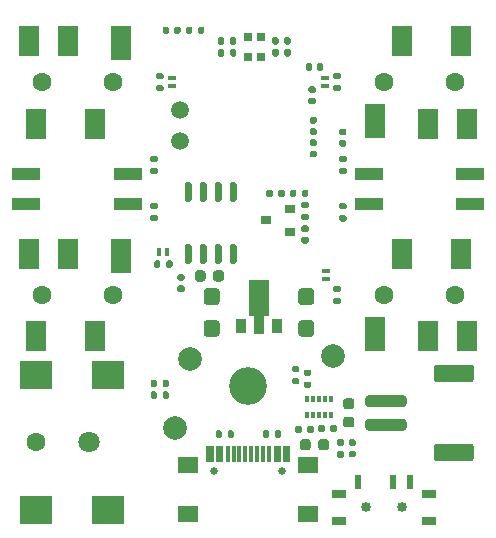
<source format=gbr>
%TF.GenerationSoftware,KiCad,Pcbnew,(5.1.8)-1*%
%TF.CreationDate,2021-07-06T20:41:50+01:00*%
%TF.ProjectId,ESP32-S2-PowerMeter,45535033-322d-4533-922d-506f7765724d,rev?*%
%TF.SameCoordinates,Original*%
%TF.FileFunction,Soldermask,Top*%
%TF.FilePolarity,Negative*%
%FSLAX46Y46*%
G04 Gerber Fmt 4.6, Leading zero omitted, Abs format (unit mm)*
G04 Created by KiCad (PCBNEW (5.1.8)-1) date 2021-07-06 20:41:50*
%MOMM*%
%LPD*%
G01*
G04 APERTURE LIST*
%ADD10R,0.700000X0.800000*%
%ADD11R,0.300000X1.450000*%
%ADD12C,0.650000*%
%ADD13R,1.800000X1.450000*%
%ADD14R,1.800000X2.950000*%
%ADD15R,1.800000X2.550000*%
%ADD16C,1.600000*%
%ADD17C,1.800000*%
%ADD18R,2.800000X2.400000*%
%ADD19R,0.600000X1.250000*%
%ADD20R,1.200000X0.700000*%
%ADD21C,0.850000*%
%ADD22R,2.440000X1.120000*%
%ADD23C,2.000000*%
%ADD24R,0.300000X0.600000*%
%ADD25C,0.100000*%
%ADD26R,0.900000X1.300000*%
%ADD27R,0.900000X0.800000*%
%ADD28C,3.200000*%
%ADD29C,1.500000*%
%ADD30R,0.700000X0.400000*%
%ADD31R,0.400000X0.700000*%
G04 APERTURE END LIST*
%TO.C,C1*%
G36*
G01*
X129425000Y-160950000D02*
X129425000Y-160450000D01*
G75*
G02*
X129650000Y-160225000I225000J0D01*
G01*
X130100000Y-160225000D01*
G75*
G02*
X130325000Y-160450000I0J-225000D01*
G01*
X130325000Y-160950000D01*
G75*
G02*
X130100000Y-161175000I-225000J0D01*
G01*
X129650000Y-161175000D01*
G75*
G02*
X129425000Y-160950000I0J225000D01*
G01*
G37*
G36*
G01*
X127875000Y-160950000D02*
X127875000Y-160450000D01*
G75*
G02*
X128100000Y-160225000I225000J0D01*
G01*
X128550000Y-160225000D01*
G75*
G02*
X128775000Y-160450000I0J-225000D01*
G01*
X128775000Y-160950000D01*
G75*
G02*
X128550000Y-161175000I-225000J0D01*
G01*
X128100000Y-161175000D01*
G75*
G02*
X127875000Y-160950000I0J225000D01*
G01*
G37*
%TD*%
%TO.C,C2*%
G36*
G01*
X132250000Y-157675000D02*
X131750000Y-157675000D01*
G75*
G02*
X131525000Y-157450000I0J225000D01*
G01*
X131525000Y-157000000D01*
G75*
G02*
X131750000Y-156775000I225000J0D01*
G01*
X132250000Y-156775000D01*
G75*
G02*
X132475000Y-157000000I0J-225000D01*
G01*
X132475000Y-157450000D01*
G75*
G02*
X132250000Y-157675000I-225000J0D01*
G01*
G37*
G36*
G01*
X132250000Y-159225000D02*
X131750000Y-159225000D01*
G75*
G02*
X131525000Y-159000000I0J225000D01*
G01*
X131525000Y-158550000D01*
G75*
G02*
X131750000Y-158325000I225000J0D01*
G01*
X132250000Y-158325000D01*
G75*
G02*
X132475000Y-158550000I0J-225000D01*
G01*
X132475000Y-159000000D01*
G75*
G02*
X132250000Y-159225000I-225000J0D01*
G01*
G37*
%TD*%
%TO.C,C3*%
G36*
G01*
X132130000Y-161200000D02*
X132470000Y-161200000D01*
G75*
G02*
X132610000Y-161340000I0J-140000D01*
G01*
X132610000Y-161620000D01*
G75*
G02*
X132470000Y-161760000I-140000J0D01*
G01*
X132130000Y-161760000D01*
G75*
G02*
X131990000Y-161620000I0J140000D01*
G01*
X131990000Y-161340000D01*
G75*
G02*
X132130000Y-161200000I140000J0D01*
G01*
G37*
G36*
G01*
X132130000Y-160240000D02*
X132470000Y-160240000D01*
G75*
G02*
X132610000Y-160380000I0J-140000D01*
G01*
X132610000Y-160660000D01*
G75*
G02*
X132470000Y-160800000I-140000J0D01*
G01*
X132130000Y-160800000D01*
G75*
G02*
X131990000Y-160660000I0J140000D01*
G01*
X131990000Y-160380000D01*
G75*
G02*
X132130000Y-160240000I140000J0D01*
G01*
G37*
%TD*%
%TO.C,C4*%
G36*
G01*
X116800000Y-125430000D02*
X116800000Y-125770000D01*
G75*
G02*
X116660000Y-125910000I-140000J0D01*
G01*
X116380000Y-125910000D01*
G75*
G02*
X116240000Y-125770000I0J140000D01*
G01*
X116240000Y-125430000D01*
G75*
G02*
X116380000Y-125290000I140000J0D01*
G01*
X116660000Y-125290000D01*
G75*
G02*
X116800000Y-125430000I0J-140000D01*
G01*
G37*
G36*
G01*
X117760000Y-125430000D02*
X117760000Y-125770000D01*
G75*
G02*
X117620000Y-125910000I-140000J0D01*
G01*
X117340000Y-125910000D01*
G75*
G02*
X117200000Y-125770000I0J140000D01*
G01*
X117200000Y-125430000D01*
G75*
G02*
X117340000Y-125290000I140000J0D01*
G01*
X117620000Y-125290000D01*
G75*
G02*
X117760000Y-125430000I0J-140000D01*
G01*
G37*
%TD*%
%TO.C,C5*%
G36*
G01*
X119974999Y-150150000D02*
X120825001Y-150150000D01*
G75*
G02*
X121075000Y-150399999I0J-249999D01*
G01*
X121075000Y-151300001D01*
G75*
G02*
X120825001Y-151550000I-249999J0D01*
G01*
X119974999Y-151550000D01*
G75*
G02*
X119725000Y-151300001I0J249999D01*
G01*
X119725000Y-150399999D01*
G75*
G02*
X119974999Y-150150000I249999J0D01*
G01*
G37*
G36*
G01*
X119974999Y-147450000D02*
X120825001Y-147450000D01*
G75*
G02*
X121075000Y-147699999I0J-249999D01*
G01*
X121075000Y-148600001D01*
G75*
G02*
X120825001Y-148850000I-249999J0D01*
G01*
X119974999Y-148850000D01*
G75*
G02*
X119725000Y-148600001I0J249999D01*
G01*
X119725000Y-147699999D01*
G75*
G02*
X119974999Y-147450000I249999J0D01*
G01*
G37*
%TD*%
%TO.C,C6*%
G36*
G01*
X127974999Y-150150000D02*
X128825001Y-150150000D01*
G75*
G02*
X129075000Y-150399999I0J-249999D01*
G01*
X129075000Y-151300001D01*
G75*
G02*
X128825001Y-151550000I-249999J0D01*
G01*
X127974999Y-151550000D01*
G75*
G02*
X127725000Y-151300001I0J249999D01*
G01*
X127725000Y-150399999D01*
G75*
G02*
X127974999Y-150150000I249999J0D01*
G01*
G37*
G36*
G01*
X127974999Y-147450000D02*
X128825001Y-147450000D01*
G75*
G02*
X129075000Y-147699999I0J-249999D01*
G01*
X129075000Y-148600001D01*
G75*
G02*
X128825001Y-148850000I-249999J0D01*
G01*
X127974999Y-148850000D01*
G75*
G02*
X127725000Y-148600001I0J249999D01*
G01*
X127725000Y-147699999D01*
G75*
G02*
X127974999Y-147450000I249999J0D01*
G01*
G37*
%TD*%
%TO.C,C7*%
G36*
G01*
X129070000Y-130900000D02*
X128730000Y-130900000D01*
G75*
G02*
X128590000Y-130760000I0J140000D01*
G01*
X128590000Y-130480000D01*
G75*
G02*
X128730000Y-130340000I140000J0D01*
G01*
X129070000Y-130340000D01*
G75*
G02*
X129210000Y-130480000I0J-140000D01*
G01*
X129210000Y-130760000D01*
G75*
G02*
X129070000Y-130900000I-140000J0D01*
G01*
G37*
G36*
G01*
X129070000Y-131860000D02*
X128730000Y-131860000D01*
G75*
G02*
X128590000Y-131720000I0J140000D01*
G01*
X128590000Y-131440000D01*
G75*
G02*
X128730000Y-131300000I140000J0D01*
G01*
X129070000Y-131300000D01*
G75*
G02*
X129210000Y-131440000I0J-140000D01*
G01*
X129210000Y-131720000D01*
G75*
G02*
X129070000Y-131860000I-140000J0D01*
G01*
G37*
%TD*%
%TO.C,C8*%
G36*
G01*
X128900000Y-128530000D02*
X128900000Y-128870000D01*
G75*
G02*
X128760000Y-129010000I-140000J0D01*
G01*
X128480000Y-129010000D01*
G75*
G02*
X128340000Y-128870000I0J140000D01*
G01*
X128340000Y-128530000D01*
G75*
G02*
X128480000Y-128390000I140000J0D01*
G01*
X128760000Y-128390000D01*
G75*
G02*
X128900000Y-128530000I0J-140000D01*
G01*
G37*
G36*
G01*
X129860000Y-128530000D02*
X129860000Y-128870000D01*
G75*
G02*
X129720000Y-129010000I-140000J0D01*
G01*
X129440000Y-129010000D01*
G75*
G02*
X129300000Y-128870000I0J140000D01*
G01*
X129300000Y-128530000D01*
G75*
G02*
X129440000Y-128390000I140000J0D01*
G01*
X129720000Y-128390000D01*
G75*
G02*
X129860000Y-128530000I0J-140000D01*
G01*
G37*
%TD*%
%TO.C,C9*%
G36*
G01*
X129170000Y-135400000D02*
X128830000Y-135400000D01*
G75*
G02*
X128690000Y-135260000I0J140000D01*
G01*
X128690000Y-134980000D01*
G75*
G02*
X128830000Y-134840000I140000J0D01*
G01*
X129170000Y-134840000D01*
G75*
G02*
X129310000Y-134980000I0J-140000D01*
G01*
X129310000Y-135260000D01*
G75*
G02*
X129170000Y-135400000I-140000J0D01*
G01*
G37*
G36*
G01*
X129170000Y-136360000D02*
X128830000Y-136360000D01*
G75*
G02*
X128690000Y-136220000I0J140000D01*
G01*
X128690000Y-135940000D01*
G75*
G02*
X128830000Y-135800000I140000J0D01*
G01*
X129170000Y-135800000D01*
G75*
G02*
X129310000Y-135940000I0J-140000D01*
G01*
X129310000Y-136220000D01*
G75*
G02*
X129170000Y-136360000I-140000J0D01*
G01*
G37*
%TD*%
%TO.C,C10*%
G36*
G01*
X128830000Y-133900000D02*
X129170000Y-133900000D01*
G75*
G02*
X129310000Y-134040000I0J-140000D01*
G01*
X129310000Y-134320000D01*
G75*
G02*
X129170000Y-134460000I-140000J0D01*
G01*
X128830000Y-134460000D01*
G75*
G02*
X128690000Y-134320000I0J140000D01*
G01*
X128690000Y-134040000D01*
G75*
G02*
X128830000Y-133900000I140000J0D01*
G01*
G37*
G36*
G01*
X128830000Y-132940000D02*
X129170000Y-132940000D01*
G75*
G02*
X129310000Y-133080000I0J-140000D01*
G01*
X129310000Y-133360000D01*
G75*
G02*
X129170000Y-133500000I-140000J0D01*
G01*
X128830000Y-133500000D01*
G75*
G02*
X128690000Y-133360000I0J140000D01*
G01*
X128690000Y-133080000D01*
G75*
G02*
X128830000Y-132940000I140000J0D01*
G01*
G37*
%TD*%
D10*
%TO.C,D1*%
X123450000Y-126150000D03*
X123450000Y-127850000D03*
X124550000Y-127850000D03*
X124550000Y-126150000D03*
%TD*%
%TO.C,FB1*%
G36*
G01*
X128472500Y-142710000D02*
X128127500Y-142710000D01*
G75*
G02*
X127980000Y-142562500I0J147500D01*
G01*
X127980000Y-142267500D01*
G75*
G02*
X128127500Y-142120000I147500J0D01*
G01*
X128472500Y-142120000D01*
G75*
G02*
X128620000Y-142267500I0J-147500D01*
G01*
X128620000Y-142562500D01*
G75*
G02*
X128472500Y-142710000I-147500J0D01*
G01*
G37*
G36*
G01*
X128472500Y-143680000D02*
X128127500Y-143680000D01*
G75*
G02*
X127980000Y-143532500I0J147500D01*
G01*
X127980000Y-143237500D01*
G75*
G02*
X128127500Y-143090000I147500J0D01*
G01*
X128472500Y-143090000D01*
G75*
G02*
X128620000Y-143237500I0J-147500D01*
G01*
X128620000Y-143532500D01*
G75*
G02*
X128472500Y-143680000I-147500J0D01*
G01*
G37*
%TD*%
D11*
%TO.C,J1*%
X126875000Y-161495000D03*
X126100000Y-161495000D03*
X121200000Y-161495000D03*
X120425000Y-161495000D03*
X120125000Y-161495000D03*
X120900000Y-161495000D03*
X126575000Y-161495000D03*
X125800000Y-161495000D03*
D12*
X120610000Y-162940000D03*
X126390000Y-162940000D03*
D11*
X121750000Y-161495000D03*
X122250000Y-161495000D03*
X122750000Y-161495000D03*
X125250000Y-161495000D03*
X124750000Y-161495000D03*
X124250000Y-161495000D03*
X123750000Y-161495000D03*
X123250000Y-161495000D03*
D13*
X118430000Y-162410000D03*
X118430000Y-166590000D03*
X128570000Y-162410000D03*
X128570000Y-166590000D03*
%TD*%
%TO.C,J2*%
G36*
G01*
X142350000Y-155400000D02*
X139450000Y-155400000D01*
G75*
G02*
X139200000Y-155150000I0J250000D01*
G01*
X139200000Y-154150000D01*
G75*
G02*
X139450000Y-153900000I250000J0D01*
G01*
X142350000Y-153900000D01*
G75*
G02*
X142600000Y-154150000I0J-250000D01*
G01*
X142600000Y-155150000D01*
G75*
G02*
X142350000Y-155400000I-250000J0D01*
G01*
G37*
G36*
G01*
X142350000Y-162100000D02*
X139450000Y-162100000D01*
G75*
G02*
X139200000Y-161850000I0J250000D01*
G01*
X139200000Y-160850000D01*
G75*
G02*
X139450000Y-160600000I250000J0D01*
G01*
X142350000Y-160600000D01*
G75*
G02*
X142600000Y-160850000I0J-250000D01*
G01*
X142600000Y-161850000D01*
G75*
G02*
X142350000Y-162100000I-250000J0D01*
G01*
G37*
G36*
G01*
X136650000Y-157500000D02*
X133650000Y-157500000D01*
G75*
G02*
X133400000Y-157250000I0J250000D01*
G01*
X133400000Y-156750000D01*
G75*
G02*
X133650000Y-156500000I250000J0D01*
G01*
X136650000Y-156500000D01*
G75*
G02*
X136900000Y-156750000I0J-250000D01*
G01*
X136900000Y-157250000D01*
G75*
G02*
X136650000Y-157500000I-250000J0D01*
G01*
G37*
G36*
G01*
X136650000Y-159500000D02*
X133650000Y-159500000D01*
G75*
G02*
X133400000Y-159250000I0J250000D01*
G01*
X133400000Y-158750000D01*
G75*
G02*
X133650000Y-158500000I250000J0D01*
G01*
X136650000Y-158500000D01*
G75*
G02*
X136900000Y-158750000I0J-250000D01*
G01*
X136900000Y-159250000D01*
G75*
G02*
X136650000Y-159500000I-250000J0D01*
G01*
G37*
%TD*%
D14*
%TO.C,J3*%
X134250000Y-151300000D03*
D15*
X136500000Y-144500000D03*
X141500000Y-144500000D03*
X138750000Y-151500000D03*
X142050000Y-151500000D03*
D16*
X135000000Y-148000000D03*
X141000000Y-148000000D03*
%TD*%
D14*
%TO.C,J4*%
X134250000Y-133300000D03*
D15*
X136500000Y-126500000D03*
X141500000Y-126500000D03*
X138750000Y-133500000D03*
X142050000Y-133500000D03*
D16*
X135000000Y-130000000D03*
X141000000Y-130000000D03*
%TD*%
D14*
%TO.C,J5*%
X112750000Y-144700000D03*
D15*
X110500000Y-151500000D03*
X105500000Y-151500000D03*
X108250000Y-144500000D03*
X104950000Y-144500000D03*
D16*
X112000000Y-148000000D03*
X106000000Y-148000000D03*
%TD*%
D14*
%TO.C,J6*%
X112750000Y-126700000D03*
D15*
X110500000Y-133500000D03*
X105500000Y-133500000D03*
X108250000Y-126500000D03*
X104950000Y-126500000D03*
D16*
X112000000Y-130000000D03*
X106000000Y-130000000D03*
%TD*%
D17*
%TO.C,J7*%
X110000000Y-160500000D03*
D16*
X105500000Y-160500000D03*
D18*
X111600000Y-166200000D03*
X105500000Y-166200000D03*
X111600000Y-154800000D03*
X105500000Y-154800000D03*
%TD*%
%TO.C,R1*%
G36*
G01*
X126540000Y-126685000D02*
X126540000Y-126315000D01*
G75*
G02*
X126675000Y-126180000I135000J0D01*
G01*
X126945000Y-126180000D01*
G75*
G02*
X127080000Y-126315000I0J-135000D01*
G01*
X127080000Y-126685000D01*
G75*
G02*
X126945000Y-126820000I-135000J0D01*
G01*
X126675000Y-126820000D01*
G75*
G02*
X126540000Y-126685000I0J135000D01*
G01*
G37*
G36*
G01*
X125520000Y-126685000D02*
X125520000Y-126315000D01*
G75*
G02*
X125655000Y-126180000I135000J0D01*
G01*
X125925000Y-126180000D01*
G75*
G02*
X126060000Y-126315000I0J-135000D01*
G01*
X126060000Y-126685000D01*
G75*
G02*
X125925000Y-126820000I-135000J0D01*
G01*
X125655000Y-126820000D01*
G75*
G02*
X125520000Y-126685000I0J135000D01*
G01*
G37*
%TD*%
%TO.C,R2*%
G36*
G01*
X121460000Y-126315000D02*
X121460000Y-126685000D01*
G75*
G02*
X121325000Y-126820000I-135000J0D01*
G01*
X121055000Y-126820000D01*
G75*
G02*
X120920000Y-126685000I0J135000D01*
G01*
X120920000Y-126315000D01*
G75*
G02*
X121055000Y-126180000I135000J0D01*
G01*
X121325000Y-126180000D01*
G75*
G02*
X121460000Y-126315000I0J-135000D01*
G01*
G37*
G36*
G01*
X122480000Y-126315000D02*
X122480000Y-126685000D01*
G75*
G02*
X122345000Y-126820000I-135000J0D01*
G01*
X122075000Y-126820000D01*
G75*
G02*
X121940000Y-126685000I0J135000D01*
G01*
X121940000Y-126315000D01*
G75*
G02*
X122075000Y-126180000I135000J0D01*
G01*
X122345000Y-126180000D01*
G75*
G02*
X122480000Y-126315000I0J-135000D01*
G01*
G37*
%TD*%
%TO.C,R3*%
G36*
G01*
X121460000Y-127315000D02*
X121460000Y-127685000D01*
G75*
G02*
X121325000Y-127820000I-135000J0D01*
G01*
X121055000Y-127820000D01*
G75*
G02*
X120920000Y-127685000I0J135000D01*
G01*
X120920000Y-127315000D01*
G75*
G02*
X121055000Y-127180000I135000J0D01*
G01*
X121325000Y-127180000D01*
G75*
G02*
X121460000Y-127315000I0J-135000D01*
G01*
G37*
G36*
G01*
X122480000Y-127315000D02*
X122480000Y-127685000D01*
G75*
G02*
X122345000Y-127820000I-135000J0D01*
G01*
X122075000Y-127820000D01*
G75*
G02*
X121940000Y-127685000I0J135000D01*
G01*
X121940000Y-127315000D01*
G75*
G02*
X122075000Y-127180000I135000J0D01*
G01*
X122345000Y-127180000D01*
G75*
G02*
X122480000Y-127315000I0J-135000D01*
G01*
G37*
%TD*%
%TO.C,R4*%
G36*
G01*
X126540000Y-127685000D02*
X126540000Y-127315000D01*
G75*
G02*
X126675000Y-127180000I135000J0D01*
G01*
X126945000Y-127180000D01*
G75*
G02*
X127080000Y-127315000I0J-135000D01*
G01*
X127080000Y-127685000D01*
G75*
G02*
X126945000Y-127820000I-135000J0D01*
G01*
X126675000Y-127820000D01*
G75*
G02*
X126540000Y-127685000I0J135000D01*
G01*
G37*
G36*
G01*
X125520000Y-127685000D02*
X125520000Y-127315000D01*
G75*
G02*
X125655000Y-127180000I135000J0D01*
G01*
X125925000Y-127180000D01*
G75*
G02*
X126060000Y-127315000I0J-135000D01*
G01*
X126060000Y-127685000D01*
G75*
G02*
X125925000Y-127820000I-135000J0D01*
G01*
X125655000Y-127820000D01*
G75*
G02*
X125520000Y-127685000I0J135000D01*
G01*
G37*
%TD*%
%TO.C,R5*%
G36*
G01*
X121740000Y-159985000D02*
X121740000Y-159615000D01*
G75*
G02*
X121875000Y-159480000I135000J0D01*
G01*
X122145000Y-159480000D01*
G75*
G02*
X122280000Y-159615000I0J-135000D01*
G01*
X122280000Y-159985000D01*
G75*
G02*
X122145000Y-160120000I-135000J0D01*
G01*
X121875000Y-160120000D01*
G75*
G02*
X121740000Y-159985000I0J135000D01*
G01*
G37*
G36*
G01*
X120720000Y-159985000D02*
X120720000Y-159615000D01*
G75*
G02*
X120855000Y-159480000I135000J0D01*
G01*
X121125000Y-159480000D01*
G75*
G02*
X121260000Y-159615000I0J-135000D01*
G01*
X121260000Y-159985000D01*
G75*
G02*
X121125000Y-160120000I-135000J0D01*
G01*
X120855000Y-160120000D01*
G75*
G02*
X120720000Y-159985000I0J135000D01*
G01*
G37*
%TD*%
%TO.C,R6*%
G36*
G01*
X125260000Y-159615000D02*
X125260000Y-159985000D01*
G75*
G02*
X125125000Y-160120000I-135000J0D01*
G01*
X124855000Y-160120000D01*
G75*
G02*
X124720000Y-159985000I0J135000D01*
G01*
X124720000Y-159615000D01*
G75*
G02*
X124855000Y-159480000I135000J0D01*
G01*
X125125000Y-159480000D01*
G75*
G02*
X125260000Y-159615000I0J-135000D01*
G01*
G37*
G36*
G01*
X126280000Y-159615000D02*
X126280000Y-159985000D01*
G75*
G02*
X126145000Y-160120000I-135000J0D01*
G01*
X125875000Y-160120000D01*
G75*
G02*
X125740000Y-159985000I0J135000D01*
G01*
X125740000Y-159615000D01*
G75*
G02*
X125875000Y-159480000I135000J0D01*
G01*
X126145000Y-159480000D01*
G75*
G02*
X126280000Y-159615000I0J-135000D01*
G01*
G37*
%TD*%
%TO.C,R7*%
G36*
G01*
X129960000Y-159115000D02*
X129960000Y-159485000D01*
G75*
G02*
X129825000Y-159620000I-135000J0D01*
G01*
X129555000Y-159620000D01*
G75*
G02*
X129420000Y-159485000I0J135000D01*
G01*
X129420000Y-159115000D01*
G75*
G02*
X129555000Y-158980000I135000J0D01*
G01*
X129825000Y-158980000D01*
G75*
G02*
X129960000Y-159115000I0J-135000D01*
G01*
G37*
G36*
G01*
X130980000Y-159115000D02*
X130980000Y-159485000D01*
G75*
G02*
X130845000Y-159620000I-135000J0D01*
G01*
X130575000Y-159620000D01*
G75*
G02*
X130440000Y-159485000I0J135000D01*
G01*
X130440000Y-159115000D01*
G75*
G02*
X130575000Y-158980000I135000J0D01*
G01*
X130845000Y-158980000D01*
G75*
G02*
X130980000Y-159115000I0J-135000D01*
G01*
G37*
%TD*%
%TO.C,R8*%
G36*
G01*
X128010000Y-159215000D02*
X128010000Y-159585000D01*
G75*
G02*
X127875000Y-159720000I-135000J0D01*
G01*
X127605000Y-159720000D01*
G75*
G02*
X127470000Y-159585000I0J135000D01*
G01*
X127470000Y-159215000D01*
G75*
G02*
X127605000Y-159080000I135000J0D01*
G01*
X127875000Y-159080000D01*
G75*
G02*
X128010000Y-159215000I0J-135000D01*
G01*
G37*
G36*
G01*
X129030000Y-159215000D02*
X129030000Y-159585000D01*
G75*
G02*
X128895000Y-159720000I-135000J0D01*
G01*
X128625000Y-159720000D01*
G75*
G02*
X128490000Y-159585000I0J135000D01*
G01*
X128490000Y-159215000D01*
G75*
G02*
X128625000Y-159080000I135000J0D01*
G01*
X128895000Y-159080000D01*
G75*
G02*
X129030000Y-159215000I0J-135000D01*
G01*
G37*
%TD*%
%TO.C,R9*%
G36*
G01*
X118760000Y-125415000D02*
X118760000Y-125785000D01*
G75*
G02*
X118625000Y-125920000I-135000J0D01*
G01*
X118355000Y-125920000D01*
G75*
G02*
X118220000Y-125785000I0J135000D01*
G01*
X118220000Y-125415000D01*
G75*
G02*
X118355000Y-125280000I135000J0D01*
G01*
X118625000Y-125280000D01*
G75*
G02*
X118760000Y-125415000I0J-135000D01*
G01*
G37*
G36*
G01*
X119780000Y-125415000D02*
X119780000Y-125785000D01*
G75*
G02*
X119645000Y-125920000I-135000J0D01*
G01*
X119375000Y-125920000D01*
G75*
G02*
X119240000Y-125785000I0J135000D01*
G01*
X119240000Y-125415000D01*
G75*
G02*
X119375000Y-125280000I135000J0D01*
G01*
X119645000Y-125280000D01*
G75*
G02*
X119780000Y-125415000I0J-135000D01*
G01*
G37*
%TD*%
%TO.C,R10*%
G36*
G01*
X128685000Y-154860000D02*
X128315000Y-154860000D01*
G75*
G02*
X128180000Y-154725000I0J135000D01*
G01*
X128180000Y-154455000D01*
G75*
G02*
X128315000Y-154320000I135000J0D01*
G01*
X128685000Y-154320000D01*
G75*
G02*
X128820000Y-154455000I0J-135000D01*
G01*
X128820000Y-154725000D01*
G75*
G02*
X128685000Y-154860000I-135000J0D01*
G01*
G37*
G36*
G01*
X128685000Y-155880000D02*
X128315000Y-155880000D01*
G75*
G02*
X128180000Y-155745000I0J135000D01*
G01*
X128180000Y-155475000D01*
G75*
G02*
X128315000Y-155340000I135000J0D01*
G01*
X128685000Y-155340000D01*
G75*
G02*
X128820000Y-155475000I0J-135000D01*
G01*
X128820000Y-155745000D01*
G75*
G02*
X128685000Y-155880000I-135000J0D01*
G01*
G37*
%TD*%
%TO.C,R11*%
G36*
G01*
X127315000Y-155040000D02*
X127685000Y-155040000D01*
G75*
G02*
X127820000Y-155175000I0J-135000D01*
G01*
X127820000Y-155445000D01*
G75*
G02*
X127685000Y-155580000I-135000J0D01*
G01*
X127315000Y-155580000D01*
G75*
G02*
X127180000Y-155445000I0J135000D01*
G01*
X127180000Y-155175000D01*
G75*
G02*
X127315000Y-155040000I135000J0D01*
G01*
G37*
G36*
G01*
X127315000Y-154020000D02*
X127685000Y-154020000D01*
G75*
G02*
X127820000Y-154155000I0J-135000D01*
G01*
X127820000Y-154425000D01*
G75*
G02*
X127685000Y-154560000I-135000J0D01*
G01*
X127315000Y-154560000D01*
G75*
G02*
X127180000Y-154425000I0J135000D01*
G01*
X127180000Y-154155000D01*
G75*
G02*
X127315000Y-154020000I135000J0D01*
G01*
G37*
%TD*%
%TO.C,R12*%
G36*
G01*
X128485000Y-140660000D02*
X128115000Y-140660000D01*
G75*
G02*
X127980000Y-140525000I0J135000D01*
G01*
X127980000Y-140255000D01*
G75*
G02*
X128115000Y-140120000I135000J0D01*
G01*
X128485000Y-140120000D01*
G75*
G02*
X128620000Y-140255000I0J-135000D01*
G01*
X128620000Y-140525000D01*
G75*
G02*
X128485000Y-140660000I-135000J0D01*
G01*
G37*
G36*
G01*
X128485000Y-141680000D02*
X128115000Y-141680000D01*
G75*
G02*
X127980000Y-141545000I0J135000D01*
G01*
X127980000Y-141275000D01*
G75*
G02*
X128115000Y-141140000I135000J0D01*
G01*
X128485000Y-141140000D01*
G75*
G02*
X128620000Y-141275000I0J-135000D01*
G01*
X128620000Y-141545000D01*
G75*
G02*
X128485000Y-141680000I-135000J0D01*
G01*
G37*
%TD*%
%TO.C,R13*%
G36*
G01*
X127560000Y-139215000D02*
X127560000Y-139585000D01*
G75*
G02*
X127425000Y-139720000I-135000J0D01*
G01*
X127155000Y-139720000D01*
G75*
G02*
X127020000Y-139585000I0J135000D01*
G01*
X127020000Y-139215000D01*
G75*
G02*
X127155000Y-139080000I135000J0D01*
G01*
X127425000Y-139080000D01*
G75*
G02*
X127560000Y-139215000I0J-135000D01*
G01*
G37*
G36*
G01*
X128580000Y-139215000D02*
X128580000Y-139585000D01*
G75*
G02*
X128445000Y-139720000I-135000J0D01*
G01*
X128175000Y-139720000D01*
G75*
G02*
X128040000Y-139585000I0J135000D01*
G01*
X128040000Y-139215000D01*
G75*
G02*
X128175000Y-139080000I135000J0D01*
G01*
X128445000Y-139080000D01*
G75*
G02*
X128580000Y-139215000I0J-135000D01*
G01*
G37*
%TD*%
%TO.C,R14*%
G36*
G01*
X125560000Y-139215000D02*
X125560000Y-139585000D01*
G75*
G02*
X125425000Y-139720000I-135000J0D01*
G01*
X125155000Y-139720000D01*
G75*
G02*
X125020000Y-139585000I0J135000D01*
G01*
X125020000Y-139215000D01*
G75*
G02*
X125155000Y-139080000I135000J0D01*
G01*
X125425000Y-139080000D01*
G75*
G02*
X125560000Y-139215000I0J-135000D01*
G01*
G37*
G36*
G01*
X126580000Y-139215000D02*
X126580000Y-139585000D01*
G75*
G02*
X126445000Y-139720000I-135000J0D01*
G01*
X126175000Y-139720000D01*
G75*
G02*
X126040000Y-139585000I0J135000D01*
G01*
X126040000Y-139215000D01*
G75*
G02*
X126175000Y-139080000I135000J0D01*
G01*
X126445000Y-139080000D01*
G75*
G02*
X126580000Y-139215000I0J-135000D01*
G01*
G37*
%TD*%
%TO.C,R15*%
G36*
G01*
X130815000Y-148240000D02*
X131185000Y-148240000D01*
G75*
G02*
X131320000Y-148375000I0J-135000D01*
G01*
X131320000Y-148645000D01*
G75*
G02*
X131185000Y-148780000I-135000J0D01*
G01*
X130815000Y-148780000D01*
G75*
G02*
X130680000Y-148645000I0J135000D01*
G01*
X130680000Y-148375000D01*
G75*
G02*
X130815000Y-148240000I135000J0D01*
G01*
G37*
G36*
G01*
X130815000Y-147220000D02*
X131185000Y-147220000D01*
G75*
G02*
X131320000Y-147355000I0J-135000D01*
G01*
X131320000Y-147625000D01*
G75*
G02*
X131185000Y-147760000I-135000J0D01*
G01*
X130815000Y-147760000D01*
G75*
G02*
X130680000Y-147625000I0J135000D01*
G01*
X130680000Y-147355000D01*
G75*
G02*
X130815000Y-147220000I135000J0D01*
G01*
G37*
%TD*%
%TO.C,R16*%
G36*
G01*
X130815000Y-130240000D02*
X131185000Y-130240000D01*
G75*
G02*
X131320000Y-130375000I0J-135000D01*
G01*
X131320000Y-130645000D01*
G75*
G02*
X131185000Y-130780000I-135000J0D01*
G01*
X130815000Y-130780000D01*
G75*
G02*
X130680000Y-130645000I0J135000D01*
G01*
X130680000Y-130375000D01*
G75*
G02*
X130815000Y-130240000I135000J0D01*
G01*
G37*
G36*
G01*
X130815000Y-129220000D02*
X131185000Y-129220000D01*
G75*
G02*
X131320000Y-129355000I0J-135000D01*
G01*
X131320000Y-129625000D01*
G75*
G02*
X131185000Y-129760000I-135000J0D01*
G01*
X130815000Y-129760000D01*
G75*
G02*
X130680000Y-129625000I0J135000D01*
G01*
X130680000Y-129355000D01*
G75*
G02*
X130815000Y-129220000I135000J0D01*
G01*
G37*
%TD*%
%TO.C,R17*%
G36*
G01*
X116060000Y-145215000D02*
X116060000Y-145585000D01*
G75*
G02*
X115925000Y-145720000I-135000J0D01*
G01*
X115655000Y-145720000D01*
G75*
G02*
X115520000Y-145585000I0J135000D01*
G01*
X115520000Y-145215000D01*
G75*
G02*
X115655000Y-145080000I135000J0D01*
G01*
X115925000Y-145080000D01*
G75*
G02*
X116060000Y-145215000I0J-135000D01*
G01*
G37*
G36*
G01*
X117080000Y-145215000D02*
X117080000Y-145585000D01*
G75*
G02*
X116945000Y-145720000I-135000J0D01*
G01*
X116675000Y-145720000D01*
G75*
G02*
X116540000Y-145585000I0J135000D01*
G01*
X116540000Y-145215000D01*
G75*
G02*
X116675000Y-145080000I135000J0D01*
G01*
X116945000Y-145080000D01*
G75*
G02*
X117080000Y-145215000I0J-135000D01*
G01*
G37*
%TD*%
%TO.C,R18*%
G36*
G01*
X116185000Y-129760000D02*
X115815000Y-129760000D01*
G75*
G02*
X115680000Y-129625000I0J135000D01*
G01*
X115680000Y-129355000D01*
G75*
G02*
X115815000Y-129220000I135000J0D01*
G01*
X116185000Y-129220000D01*
G75*
G02*
X116320000Y-129355000I0J-135000D01*
G01*
X116320000Y-129625000D01*
G75*
G02*
X116185000Y-129760000I-135000J0D01*
G01*
G37*
G36*
G01*
X116185000Y-130780000D02*
X115815000Y-130780000D01*
G75*
G02*
X115680000Y-130645000I0J135000D01*
G01*
X115680000Y-130375000D01*
G75*
G02*
X115815000Y-130240000I135000J0D01*
G01*
X116185000Y-130240000D01*
G75*
G02*
X116320000Y-130375000I0J-135000D01*
G01*
X116320000Y-130645000D01*
G75*
G02*
X116185000Y-130780000I-135000J0D01*
G01*
G37*
%TD*%
%TO.C,R19*%
G36*
G01*
X131315000Y-141250000D02*
X131685000Y-141250000D01*
G75*
G02*
X131820000Y-141385000I0J-135000D01*
G01*
X131820000Y-141655000D01*
G75*
G02*
X131685000Y-141790000I-135000J0D01*
G01*
X131315000Y-141790000D01*
G75*
G02*
X131180000Y-141655000I0J135000D01*
G01*
X131180000Y-141385000D01*
G75*
G02*
X131315000Y-141250000I135000J0D01*
G01*
G37*
G36*
G01*
X131315000Y-140230000D02*
X131685000Y-140230000D01*
G75*
G02*
X131820000Y-140365000I0J-135000D01*
G01*
X131820000Y-140635000D01*
G75*
G02*
X131685000Y-140770000I-135000J0D01*
G01*
X131315000Y-140770000D01*
G75*
G02*
X131180000Y-140635000I0J135000D01*
G01*
X131180000Y-140365000D01*
G75*
G02*
X131315000Y-140230000I135000J0D01*
G01*
G37*
%TD*%
%TO.C,R20*%
G36*
G01*
X131315000Y-137240000D02*
X131685000Y-137240000D01*
G75*
G02*
X131820000Y-137375000I0J-135000D01*
G01*
X131820000Y-137645000D01*
G75*
G02*
X131685000Y-137780000I-135000J0D01*
G01*
X131315000Y-137780000D01*
G75*
G02*
X131180000Y-137645000I0J135000D01*
G01*
X131180000Y-137375000D01*
G75*
G02*
X131315000Y-137240000I135000J0D01*
G01*
G37*
G36*
G01*
X131315000Y-136220000D02*
X131685000Y-136220000D01*
G75*
G02*
X131820000Y-136355000I0J-135000D01*
G01*
X131820000Y-136625000D01*
G75*
G02*
X131685000Y-136760000I-135000J0D01*
G01*
X131315000Y-136760000D01*
G75*
G02*
X131180000Y-136625000I0J135000D01*
G01*
X131180000Y-136355000D01*
G75*
G02*
X131315000Y-136220000I135000J0D01*
G01*
G37*
%TD*%
%TO.C,R21*%
G36*
G01*
X115315000Y-141240000D02*
X115685000Y-141240000D01*
G75*
G02*
X115820000Y-141375000I0J-135000D01*
G01*
X115820000Y-141645000D01*
G75*
G02*
X115685000Y-141780000I-135000J0D01*
G01*
X115315000Y-141780000D01*
G75*
G02*
X115180000Y-141645000I0J135000D01*
G01*
X115180000Y-141375000D01*
G75*
G02*
X115315000Y-141240000I135000J0D01*
G01*
G37*
G36*
G01*
X115315000Y-140220000D02*
X115685000Y-140220000D01*
G75*
G02*
X115820000Y-140355000I0J-135000D01*
G01*
X115820000Y-140625000D01*
G75*
G02*
X115685000Y-140760000I-135000J0D01*
G01*
X115315000Y-140760000D01*
G75*
G02*
X115180000Y-140625000I0J135000D01*
G01*
X115180000Y-140355000D01*
G75*
G02*
X115315000Y-140220000I135000J0D01*
G01*
G37*
%TD*%
%TO.C,R22*%
G36*
G01*
X115315000Y-137230000D02*
X115685000Y-137230000D01*
G75*
G02*
X115820000Y-137365000I0J-135000D01*
G01*
X115820000Y-137635000D01*
G75*
G02*
X115685000Y-137770000I-135000J0D01*
G01*
X115315000Y-137770000D01*
G75*
G02*
X115180000Y-137635000I0J135000D01*
G01*
X115180000Y-137365000D01*
G75*
G02*
X115315000Y-137230000I135000J0D01*
G01*
G37*
G36*
G01*
X115315000Y-136210000D02*
X115685000Y-136210000D01*
G75*
G02*
X115820000Y-136345000I0J-135000D01*
G01*
X115820000Y-136615000D01*
G75*
G02*
X115685000Y-136750000I-135000J0D01*
G01*
X115315000Y-136750000D01*
G75*
G02*
X115180000Y-136615000I0J135000D01*
G01*
X115180000Y-136345000D01*
G75*
G02*
X115315000Y-136210000I135000J0D01*
G01*
G37*
%TD*%
%TO.C,R23*%
G36*
G01*
X116240000Y-155685000D02*
X116240000Y-155315000D01*
G75*
G02*
X116375000Y-155180000I135000J0D01*
G01*
X116645000Y-155180000D01*
G75*
G02*
X116780000Y-155315000I0J-135000D01*
G01*
X116780000Y-155685000D01*
G75*
G02*
X116645000Y-155820000I-135000J0D01*
G01*
X116375000Y-155820000D01*
G75*
G02*
X116240000Y-155685000I0J135000D01*
G01*
G37*
G36*
G01*
X115220000Y-155685000D02*
X115220000Y-155315000D01*
G75*
G02*
X115355000Y-155180000I135000J0D01*
G01*
X115625000Y-155180000D01*
G75*
G02*
X115760000Y-155315000I0J-135000D01*
G01*
X115760000Y-155685000D01*
G75*
G02*
X115625000Y-155820000I-135000J0D01*
G01*
X115355000Y-155820000D01*
G75*
G02*
X115220000Y-155685000I0J135000D01*
G01*
G37*
%TD*%
%TO.C,R24*%
G36*
G01*
X115760000Y-156315000D02*
X115760000Y-156685000D01*
G75*
G02*
X115625000Y-156820000I-135000J0D01*
G01*
X115355000Y-156820000D01*
G75*
G02*
X115220000Y-156685000I0J135000D01*
G01*
X115220000Y-156315000D01*
G75*
G02*
X115355000Y-156180000I135000J0D01*
G01*
X115625000Y-156180000D01*
G75*
G02*
X115760000Y-156315000I0J-135000D01*
G01*
G37*
G36*
G01*
X116780000Y-156315000D02*
X116780000Y-156685000D01*
G75*
G02*
X116645000Y-156820000I-135000J0D01*
G01*
X116375000Y-156820000D01*
G75*
G02*
X116240000Y-156685000I0J135000D01*
G01*
X116240000Y-156315000D01*
G75*
G02*
X116375000Y-156180000I135000J0D01*
G01*
X116645000Y-156180000D01*
G75*
G02*
X116780000Y-156315000I0J-135000D01*
G01*
G37*
%TD*%
D19*
%TO.C,SW1*%
X135775000Y-163875000D03*
X137225000Y-163875000D03*
X132775000Y-163875000D03*
D20*
X131200000Y-164850000D03*
X131200000Y-167150000D03*
X138800000Y-164850000D03*
X138800000Y-167150000D03*
D21*
X136500000Y-166000000D03*
X133500000Y-166000000D03*
%TD*%
D22*
%TO.C,SW2*%
X133695000Y-140270000D03*
X142305000Y-137730000D03*
X133695000Y-137730000D03*
X142305000Y-140270000D03*
%TD*%
%TO.C,SW3*%
X113305000Y-137730000D03*
X104695000Y-140270000D03*
X113305000Y-140270000D03*
X104695000Y-137730000D03*
%TD*%
%TO.C,TH1*%
G36*
G01*
X131115000Y-161240000D02*
X131485000Y-161240000D01*
G75*
G02*
X131620000Y-161375000I0J-135000D01*
G01*
X131620000Y-161645000D01*
G75*
G02*
X131485000Y-161780000I-135000J0D01*
G01*
X131115000Y-161780000D01*
G75*
G02*
X130980000Y-161645000I0J135000D01*
G01*
X130980000Y-161375000D01*
G75*
G02*
X131115000Y-161240000I135000J0D01*
G01*
G37*
G36*
G01*
X131115000Y-160220000D02*
X131485000Y-160220000D01*
G75*
G02*
X131620000Y-160355000I0J-135000D01*
G01*
X131620000Y-160625000D01*
G75*
G02*
X131485000Y-160760000I-135000J0D01*
G01*
X131115000Y-160760000D01*
G75*
G02*
X130980000Y-160625000I0J135000D01*
G01*
X130980000Y-160355000D01*
G75*
G02*
X131115000Y-160220000I135000J0D01*
G01*
G37*
%TD*%
D23*
%TO.C,TP1*%
X117300000Y-159300000D03*
%TD*%
%TO.C,TP2*%
X118600000Y-153400000D03*
%TD*%
%TO.C,TP3*%
X130700000Y-153200000D03*
%TD*%
D24*
%TO.C,U2*%
X130500000Y-156800000D03*
X130500000Y-158200000D03*
X130000000Y-156800000D03*
X130000000Y-158200000D03*
X129500000Y-156800000D03*
X129500000Y-158200000D03*
X129000000Y-156800000D03*
X129000000Y-158200000D03*
X128500000Y-156800000D03*
X128500000Y-158200000D03*
%TD*%
D25*
%TO.C,U3*%
G36*
X125266500Y-146700000D02*
G01*
X125266500Y-149825000D01*
X124850000Y-149825000D01*
X124850000Y-151300000D01*
X123950000Y-151300000D01*
X123950000Y-149825000D01*
X123533500Y-149825000D01*
X123533500Y-146700000D01*
X125266500Y-146700000D01*
G37*
D26*
X125900000Y-150650000D03*
X122900000Y-150650000D03*
%TD*%
D27*
%TO.C,U4*%
X125000000Y-141700000D03*
X127000000Y-140750000D03*
X127000000Y-142650000D03*
%TD*%
%TO.C,U5*%
G36*
G01*
X122055000Y-143700000D02*
X122355000Y-143700000D01*
G75*
G02*
X122505000Y-143850000I0J-150000D01*
G01*
X122505000Y-145200000D01*
G75*
G02*
X122355000Y-145350000I-150000J0D01*
G01*
X122055000Y-145350000D01*
G75*
G02*
X121905000Y-145200000I0J150000D01*
G01*
X121905000Y-143850000D01*
G75*
G02*
X122055000Y-143700000I150000J0D01*
G01*
G37*
G36*
G01*
X120785000Y-143700000D02*
X121085000Y-143700000D01*
G75*
G02*
X121235000Y-143850000I0J-150000D01*
G01*
X121235000Y-145200000D01*
G75*
G02*
X121085000Y-145350000I-150000J0D01*
G01*
X120785000Y-145350000D01*
G75*
G02*
X120635000Y-145200000I0J150000D01*
G01*
X120635000Y-143850000D01*
G75*
G02*
X120785000Y-143700000I150000J0D01*
G01*
G37*
G36*
G01*
X119515000Y-143700000D02*
X119815000Y-143700000D01*
G75*
G02*
X119965000Y-143850000I0J-150000D01*
G01*
X119965000Y-145200000D01*
G75*
G02*
X119815000Y-145350000I-150000J0D01*
G01*
X119515000Y-145350000D01*
G75*
G02*
X119365000Y-145200000I0J150000D01*
G01*
X119365000Y-143850000D01*
G75*
G02*
X119515000Y-143700000I150000J0D01*
G01*
G37*
G36*
G01*
X118245000Y-143700000D02*
X118545000Y-143700000D01*
G75*
G02*
X118695000Y-143850000I0J-150000D01*
G01*
X118695000Y-145200000D01*
G75*
G02*
X118545000Y-145350000I-150000J0D01*
G01*
X118245000Y-145350000D01*
G75*
G02*
X118095000Y-145200000I0J150000D01*
G01*
X118095000Y-143850000D01*
G75*
G02*
X118245000Y-143700000I150000J0D01*
G01*
G37*
G36*
G01*
X118245000Y-138450000D02*
X118545000Y-138450000D01*
G75*
G02*
X118695000Y-138600000I0J-150000D01*
G01*
X118695000Y-139950000D01*
G75*
G02*
X118545000Y-140100000I-150000J0D01*
G01*
X118245000Y-140100000D01*
G75*
G02*
X118095000Y-139950000I0J150000D01*
G01*
X118095000Y-138600000D01*
G75*
G02*
X118245000Y-138450000I150000J0D01*
G01*
G37*
G36*
G01*
X119515000Y-138450000D02*
X119815000Y-138450000D01*
G75*
G02*
X119965000Y-138600000I0J-150000D01*
G01*
X119965000Y-139950000D01*
G75*
G02*
X119815000Y-140100000I-150000J0D01*
G01*
X119515000Y-140100000D01*
G75*
G02*
X119365000Y-139950000I0J150000D01*
G01*
X119365000Y-138600000D01*
G75*
G02*
X119515000Y-138450000I150000J0D01*
G01*
G37*
G36*
G01*
X120785000Y-138450000D02*
X121085000Y-138450000D01*
G75*
G02*
X121235000Y-138600000I0J-150000D01*
G01*
X121235000Y-139950000D01*
G75*
G02*
X121085000Y-140100000I-150000J0D01*
G01*
X120785000Y-140100000D01*
G75*
G02*
X120635000Y-139950000I0J150000D01*
G01*
X120635000Y-138600000D01*
G75*
G02*
X120785000Y-138450000I150000J0D01*
G01*
G37*
G36*
G01*
X122055000Y-138450000D02*
X122355000Y-138450000D01*
G75*
G02*
X122505000Y-138600000I0J-150000D01*
G01*
X122505000Y-139950000D01*
G75*
G02*
X122355000Y-140100000I-150000J0D01*
G01*
X122055000Y-140100000D01*
G75*
G02*
X121905000Y-139950000I0J150000D01*
G01*
X121905000Y-138600000D01*
G75*
G02*
X122055000Y-138450000I150000J0D01*
G01*
G37*
%TD*%
%TO.C,C11*%
G36*
G01*
X131670000Y-134500000D02*
X131330000Y-134500000D01*
G75*
G02*
X131190000Y-134360000I0J140000D01*
G01*
X131190000Y-134080000D01*
G75*
G02*
X131330000Y-133940000I140000J0D01*
G01*
X131670000Y-133940000D01*
G75*
G02*
X131810000Y-134080000I0J-140000D01*
G01*
X131810000Y-134360000D01*
G75*
G02*
X131670000Y-134500000I-140000J0D01*
G01*
G37*
G36*
G01*
X131670000Y-135460000D02*
X131330000Y-135460000D01*
G75*
G02*
X131190000Y-135320000I0J140000D01*
G01*
X131190000Y-135040000D01*
G75*
G02*
X131330000Y-134900000I140000J0D01*
G01*
X131670000Y-134900000D01*
G75*
G02*
X131810000Y-135040000I0J-140000D01*
G01*
X131810000Y-135320000D01*
G75*
G02*
X131670000Y-135460000I-140000J0D01*
G01*
G37*
%TD*%
%TO.C,C12*%
G36*
G01*
X117630000Y-147200000D02*
X117970000Y-147200000D01*
G75*
G02*
X118110000Y-147340000I0J-140000D01*
G01*
X118110000Y-147620000D01*
G75*
G02*
X117970000Y-147760000I-140000J0D01*
G01*
X117630000Y-147760000D01*
G75*
G02*
X117490000Y-147620000I0J140000D01*
G01*
X117490000Y-147340000D01*
G75*
G02*
X117630000Y-147200000I140000J0D01*
G01*
G37*
G36*
G01*
X117630000Y-146240000D02*
X117970000Y-146240000D01*
G75*
G02*
X118110000Y-146380000I0J-140000D01*
G01*
X118110000Y-146660000D01*
G75*
G02*
X117970000Y-146800000I-140000J0D01*
G01*
X117630000Y-146800000D01*
G75*
G02*
X117490000Y-146660000I0J140000D01*
G01*
X117490000Y-146380000D01*
G75*
G02*
X117630000Y-146240000I140000J0D01*
G01*
G37*
%TD*%
%TO.C,C13*%
G36*
G01*
X119875000Y-146150000D02*
X119875000Y-146650000D01*
G75*
G02*
X119650000Y-146875000I-225000J0D01*
G01*
X119200000Y-146875000D01*
G75*
G02*
X118975000Y-146650000I0J225000D01*
G01*
X118975000Y-146150000D01*
G75*
G02*
X119200000Y-145925000I225000J0D01*
G01*
X119650000Y-145925000D01*
G75*
G02*
X119875000Y-146150000I0J-225000D01*
G01*
G37*
G36*
G01*
X121425000Y-146150000D02*
X121425000Y-146650000D01*
G75*
G02*
X121200000Y-146875000I-225000J0D01*
G01*
X120750000Y-146875000D01*
G75*
G02*
X120525000Y-146650000I0J225000D01*
G01*
X120525000Y-146150000D01*
G75*
G02*
X120750000Y-145925000I225000J0D01*
G01*
X121200000Y-145925000D01*
G75*
G02*
X121425000Y-146150000I0J-225000D01*
G01*
G37*
%TD*%
D28*
%TO.C,H1*%
X123500000Y-155700000D03*
%TD*%
D29*
%TO.C,TP4*%
X117724999Y-132375001D03*
%TD*%
%TO.C,TP5*%
X117700000Y-135000000D03*
%TD*%
D30*
%TO.C,D2*%
X130100000Y-145950000D03*
X130100000Y-146650000D03*
%TD*%
%TO.C,D3*%
X130000000Y-130350000D03*
X130000000Y-129650000D03*
%TD*%
D31*
%TO.C,D4*%
X115950000Y-144400000D03*
X116650000Y-144400000D03*
%TD*%
D30*
%TO.C,D5*%
X117000000Y-129650000D03*
X117000000Y-130350000D03*
%TD*%
M02*

</source>
